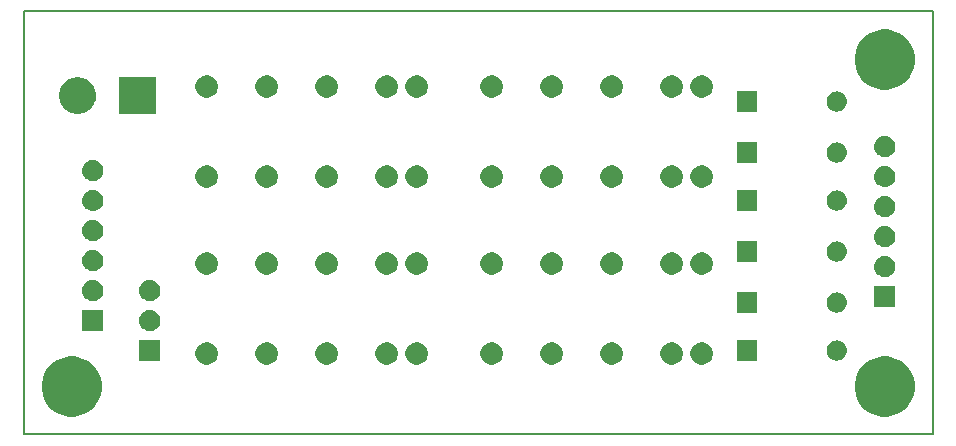
<source format=gbs>
G04 #@! TF.GenerationSoftware,KiCad,Pcbnew,5.0.2-bee76a0~70~ubuntu18.04.1*
G04 #@! TF.CreationDate,2020-04-21T14:08:59+02:00*
G04 #@! TF.ProjectId,FeuSignalisation,46657553-6967-46e6-916c-69736174696f,rev?*
G04 #@! TF.SameCoordinates,Original*
G04 #@! TF.FileFunction,Soldermask,Bot*
G04 #@! TF.FilePolarity,Negative*
%FSLAX46Y46*%
G04 Gerber Fmt 4.6, Leading zero omitted, Abs format (unit mm)*
G04 Created by KiCad (PCBNEW 5.0.2-bee76a0~70~ubuntu18.04.1) date mar. 21 avril 2020 14:08:59 CEST*
%MOMM*%
%LPD*%
G01*
G04 APERTURE LIST*
%ADD10C,0.150000*%
G04 APERTURE END LIST*
D10*
X167640000Y-84582000D02*
X90678000Y-84582000D01*
X167640000Y-48768000D02*
X167640000Y-84582000D01*
X90678000Y-48768000D02*
X167640000Y-48768000D01*
X90678000Y-84582000D02*
X90678000Y-48768000D01*
G36*
X164320096Y-78065033D02*
X164320098Y-78065034D01*
X164320099Y-78065034D01*
X164784352Y-78257333D01*
X165091687Y-78462688D01*
X165202171Y-78536511D01*
X165557489Y-78891829D01*
X165557491Y-78891832D01*
X165836667Y-79309648D01*
X166028966Y-79773901D01*
X166127000Y-80266748D01*
X166127000Y-80769252D01*
X166028966Y-81262099D01*
X165836667Y-81726352D01*
X165558750Y-82142284D01*
X165557489Y-82144171D01*
X165202171Y-82499489D01*
X165202168Y-82499491D01*
X164784352Y-82778667D01*
X164320099Y-82970966D01*
X164320098Y-82970966D01*
X164320096Y-82970967D01*
X163827253Y-83069000D01*
X163324747Y-83069000D01*
X162831904Y-82970967D01*
X162831902Y-82970966D01*
X162831901Y-82970966D01*
X162367648Y-82778667D01*
X161949832Y-82499491D01*
X161949829Y-82499489D01*
X161594511Y-82144171D01*
X161593250Y-82142284D01*
X161315333Y-81726352D01*
X161123034Y-81262099D01*
X161025000Y-80769252D01*
X161025000Y-80266748D01*
X161123034Y-79773901D01*
X161315333Y-79309648D01*
X161594509Y-78891832D01*
X161594511Y-78891829D01*
X161949829Y-78536511D01*
X162060313Y-78462688D01*
X162367648Y-78257333D01*
X162831901Y-78065034D01*
X162831902Y-78065034D01*
X162831904Y-78065033D01*
X163324747Y-77967000D01*
X163827253Y-77967000D01*
X164320096Y-78065033D01*
X164320096Y-78065033D01*
G37*
G36*
X95486096Y-78065033D02*
X95486098Y-78065034D01*
X95486099Y-78065034D01*
X95950352Y-78257333D01*
X96257687Y-78462688D01*
X96368171Y-78536511D01*
X96723489Y-78891829D01*
X96723491Y-78891832D01*
X97002667Y-79309648D01*
X97194966Y-79773901D01*
X97293000Y-80266748D01*
X97293000Y-80769252D01*
X97194966Y-81262099D01*
X97002667Y-81726352D01*
X96724750Y-82142284D01*
X96723489Y-82144171D01*
X96368171Y-82499489D01*
X96368168Y-82499491D01*
X95950352Y-82778667D01*
X95486099Y-82970966D01*
X95486098Y-82970966D01*
X95486096Y-82970967D01*
X94993253Y-83069000D01*
X94490747Y-83069000D01*
X93997904Y-82970967D01*
X93997902Y-82970966D01*
X93997901Y-82970966D01*
X93533648Y-82778667D01*
X93115832Y-82499491D01*
X93115829Y-82499489D01*
X92760511Y-82144171D01*
X92759250Y-82142284D01*
X92481333Y-81726352D01*
X92289034Y-81262099D01*
X92191000Y-80769252D01*
X92191000Y-80266748D01*
X92289034Y-79773901D01*
X92481333Y-79309648D01*
X92760509Y-78891832D01*
X92760511Y-78891829D01*
X93115829Y-78536511D01*
X93226313Y-78462688D01*
X93533648Y-78257333D01*
X93997901Y-78065034D01*
X93997902Y-78065034D01*
X93997904Y-78065033D01*
X94490747Y-77967000D01*
X94993253Y-77967000D01*
X95486096Y-78065033D01*
X95486096Y-78065033D01*
G37*
G36*
X124229396Y-76809546D02*
X124402466Y-76881234D01*
X124558230Y-76985312D01*
X124690688Y-77117770D01*
X124794766Y-77273534D01*
X124866454Y-77446604D01*
X124903000Y-77630333D01*
X124903000Y-77817667D01*
X124866454Y-78001396D01*
X124794766Y-78174466D01*
X124690688Y-78330230D01*
X124558230Y-78462688D01*
X124402466Y-78566766D01*
X124229396Y-78638454D01*
X124045667Y-78675000D01*
X123858333Y-78675000D01*
X123674604Y-78638454D01*
X123501534Y-78566766D01*
X123345770Y-78462688D01*
X123213312Y-78330230D01*
X123109234Y-78174466D01*
X123037546Y-78001396D01*
X123001000Y-77817667D01*
X123001000Y-77630333D01*
X123037546Y-77446604D01*
X123109234Y-77273534D01*
X123213312Y-77117770D01*
X123345770Y-76985312D01*
X123501534Y-76881234D01*
X123674604Y-76809546D01*
X123858333Y-76773000D01*
X124045667Y-76773000D01*
X124229396Y-76809546D01*
X124229396Y-76809546D01*
G37*
G36*
X140739396Y-76809546D02*
X140912466Y-76881234D01*
X141068230Y-76985312D01*
X141200688Y-77117770D01*
X141304766Y-77273534D01*
X141376454Y-77446604D01*
X141413000Y-77630333D01*
X141413000Y-77817667D01*
X141376454Y-78001396D01*
X141304766Y-78174466D01*
X141200688Y-78330230D01*
X141068230Y-78462688D01*
X140912466Y-78566766D01*
X140739396Y-78638454D01*
X140555667Y-78675000D01*
X140368333Y-78675000D01*
X140184604Y-78638454D01*
X140011534Y-78566766D01*
X139855770Y-78462688D01*
X139723312Y-78330230D01*
X139619234Y-78174466D01*
X139547546Y-78001396D01*
X139511000Y-77817667D01*
X139511000Y-77630333D01*
X139547546Y-77446604D01*
X139619234Y-77273534D01*
X139723312Y-77117770D01*
X139855770Y-76985312D01*
X140011534Y-76881234D01*
X140184604Y-76809546D01*
X140368333Y-76773000D01*
X140555667Y-76773000D01*
X140739396Y-76809546D01*
X140739396Y-76809546D01*
G37*
G36*
X121689396Y-76809546D02*
X121862466Y-76881234D01*
X122018230Y-76985312D01*
X122150688Y-77117770D01*
X122254766Y-77273534D01*
X122326454Y-77446604D01*
X122363000Y-77630333D01*
X122363000Y-77817667D01*
X122326454Y-78001396D01*
X122254766Y-78174466D01*
X122150688Y-78330230D01*
X122018230Y-78462688D01*
X121862466Y-78566766D01*
X121689396Y-78638454D01*
X121505667Y-78675000D01*
X121318333Y-78675000D01*
X121134604Y-78638454D01*
X120961534Y-78566766D01*
X120805770Y-78462688D01*
X120673312Y-78330230D01*
X120569234Y-78174466D01*
X120497546Y-78001396D01*
X120461000Y-77817667D01*
X120461000Y-77630333D01*
X120497546Y-77446604D01*
X120569234Y-77273534D01*
X120673312Y-77117770D01*
X120805770Y-76985312D01*
X120961534Y-76881234D01*
X121134604Y-76809546D01*
X121318333Y-76773000D01*
X121505667Y-76773000D01*
X121689396Y-76809546D01*
X121689396Y-76809546D01*
G37*
G36*
X116609396Y-76809546D02*
X116782466Y-76881234D01*
X116938230Y-76985312D01*
X117070688Y-77117770D01*
X117174766Y-77273534D01*
X117246454Y-77446604D01*
X117283000Y-77630333D01*
X117283000Y-77817667D01*
X117246454Y-78001396D01*
X117174766Y-78174466D01*
X117070688Y-78330230D01*
X116938230Y-78462688D01*
X116782466Y-78566766D01*
X116609396Y-78638454D01*
X116425667Y-78675000D01*
X116238333Y-78675000D01*
X116054604Y-78638454D01*
X115881534Y-78566766D01*
X115725770Y-78462688D01*
X115593312Y-78330230D01*
X115489234Y-78174466D01*
X115417546Y-78001396D01*
X115381000Y-77817667D01*
X115381000Y-77630333D01*
X115417546Y-77446604D01*
X115489234Y-77273534D01*
X115593312Y-77117770D01*
X115725770Y-76985312D01*
X115881534Y-76881234D01*
X116054604Y-76809546D01*
X116238333Y-76773000D01*
X116425667Y-76773000D01*
X116609396Y-76809546D01*
X116609396Y-76809546D01*
G37*
G36*
X111529396Y-76809546D02*
X111702466Y-76881234D01*
X111858230Y-76985312D01*
X111990688Y-77117770D01*
X112094766Y-77273534D01*
X112166454Y-77446604D01*
X112203000Y-77630333D01*
X112203000Y-77817667D01*
X112166454Y-78001396D01*
X112094766Y-78174466D01*
X111990688Y-78330230D01*
X111858230Y-78462688D01*
X111702466Y-78566766D01*
X111529396Y-78638454D01*
X111345667Y-78675000D01*
X111158333Y-78675000D01*
X110974604Y-78638454D01*
X110801534Y-78566766D01*
X110645770Y-78462688D01*
X110513312Y-78330230D01*
X110409234Y-78174466D01*
X110337546Y-78001396D01*
X110301000Y-77817667D01*
X110301000Y-77630333D01*
X110337546Y-77446604D01*
X110409234Y-77273534D01*
X110513312Y-77117770D01*
X110645770Y-76985312D01*
X110801534Y-76881234D01*
X110974604Y-76809546D01*
X111158333Y-76773000D01*
X111345667Y-76773000D01*
X111529396Y-76809546D01*
X111529396Y-76809546D01*
G37*
G36*
X106449396Y-76809546D02*
X106622466Y-76881234D01*
X106778230Y-76985312D01*
X106910688Y-77117770D01*
X107014766Y-77273534D01*
X107086454Y-77446604D01*
X107123000Y-77630333D01*
X107123000Y-77817667D01*
X107086454Y-78001396D01*
X107014766Y-78174466D01*
X106910688Y-78330230D01*
X106778230Y-78462688D01*
X106622466Y-78566766D01*
X106449396Y-78638454D01*
X106265667Y-78675000D01*
X106078333Y-78675000D01*
X105894604Y-78638454D01*
X105721534Y-78566766D01*
X105565770Y-78462688D01*
X105433312Y-78330230D01*
X105329234Y-78174466D01*
X105257546Y-78001396D01*
X105221000Y-77817667D01*
X105221000Y-77630333D01*
X105257546Y-77446604D01*
X105329234Y-77273534D01*
X105433312Y-77117770D01*
X105565770Y-76985312D01*
X105721534Y-76881234D01*
X105894604Y-76809546D01*
X106078333Y-76773000D01*
X106265667Y-76773000D01*
X106449396Y-76809546D01*
X106449396Y-76809546D01*
G37*
G36*
X145819396Y-76809546D02*
X145992466Y-76881234D01*
X146148230Y-76985312D01*
X146280688Y-77117770D01*
X146384766Y-77273534D01*
X146456454Y-77446604D01*
X146493000Y-77630333D01*
X146493000Y-77817667D01*
X146456454Y-78001396D01*
X146384766Y-78174466D01*
X146280688Y-78330230D01*
X146148230Y-78462688D01*
X145992466Y-78566766D01*
X145819396Y-78638454D01*
X145635667Y-78675000D01*
X145448333Y-78675000D01*
X145264604Y-78638454D01*
X145091534Y-78566766D01*
X144935770Y-78462688D01*
X144803312Y-78330230D01*
X144699234Y-78174466D01*
X144627546Y-78001396D01*
X144591000Y-77817667D01*
X144591000Y-77630333D01*
X144627546Y-77446604D01*
X144699234Y-77273534D01*
X144803312Y-77117770D01*
X144935770Y-76985312D01*
X145091534Y-76881234D01*
X145264604Y-76809546D01*
X145448333Y-76773000D01*
X145635667Y-76773000D01*
X145819396Y-76809546D01*
X145819396Y-76809546D01*
G37*
G36*
X135659396Y-76809546D02*
X135832466Y-76881234D01*
X135988230Y-76985312D01*
X136120688Y-77117770D01*
X136224766Y-77273534D01*
X136296454Y-77446604D01*
X136333000Y-77630333D01*
X136333000Y-77817667D01*
X136296454Y-78001396D01*
X136224766Y-78174466D01*
X136120688Y-78330230D01*
X135988230Y-78462688D01*
X135832466Y-78566766D01*
X135659396Y-78638454D01*
X135475667Y-78675000D01*
X135288333Y-78675000D01*
X135104604Y-78638454D01*
X134931534Y-78566766D01*
X134775770Y-78462688D01*
X134643312Y-78330230D01*
X134539234Y-78174466D01*
X134467546Y-78001396D01*
X134431000Y-77817667D01*
X134431000Y-77630333D01*
X134467546Y-77446604D01*
X134539234Y-77273534D01*
X134643312Y-77117770D01*
X134775770Y-76985312D01*
X134931534Y-76881234D01*
X135104604Y-76809546D01*
X135288333Y-76773000D01*
X135475667Y-76773000D01*
X135659396Y-76809546D01*
X135659396Y-76809546D01*
G37*
G36*
X130579396Y-76809546D02*
X130752466Y-76881234D01*
X130908230Y-76985312D01*
X131040688Y-77117770D01*
X131144766Y-77273534D01*
X131216454Y-77446604D01*
X131253000Y-77630333D01*
X131253000Y-77817667D01*
X131216454Y-78001396D01*
X131144766Y-78174466D01*
X131040688Y-78330230D01*
X130908230Y-78462688D01*
X130752466Y-78566766D01*
X130579396Y-78638454D01*
X130395667Y-78675000D01*
X130208333Y-78675000D01*
X130024604Y-78638454D01*
X129851534Y-78566766D01*
X129695770Y-78462688D01*
X129563312Y-78330230D01*
X129459234Y-78174466D01*
X129387546Y-78001396D01*
X129351000Y-77817667D01*
X129351000Y-77630333D01*
X129387546Y-77446604D01*
X129459234Y-77273534D01*
X129563312Y-77117770D01*
X129695770Y-76985312D01*
X129851534Y-76881234D01*
X130024604Y-76809546D01*
X130208333Y-76773000D01*
X130395667Y-76773000D01*
X130579396Y-76809546D01*
X130579396Y-76809546D01*
G37*
G36*
X148359396Y-76809546D02*
X148532466Y-76881234D01*
X148688230Y-76985312D01*
X148820688Y-77117770D01*
X148924766Y-77273534D01*
X148996454Y-77446604D01*
X149033000Y-77630333D01*
X149033000Y-77817667D01*
X148996454Y-78001396D01*
X148924766Y-78174466D01*
X148820688Y-78330230D01*
X148688230Y-78462688D01*
X148532466Y-78566766D01*
X148359396Y-78638454D01*
X148175667Y-78675000D01*
X147988333Y-78675000D01*
X147804604Y-78638454D01*
X147631534Y-78566766D01*
X147475770Y-78462688D01*
X147343312Y-78330230D01*
X147239234Y-78174466D01*
X147167546Y-78001396D01*
X147131000Y-77817667D01*
X147131000Y-77630333D01*
X147167546Y-77446604D01*
X147239234Y-77273534D01*
X147343312Y-77117770D01*
X147475770Y-76985312D01*
X147631534Y-76881234D01*
X147804604Y-76809546D01*
X147988333Y-76773000D01*
X148175667Y-76773000D01*
X148359396Y-76809546D01*
X148359396Y-76809546D01*
G37*
G36*
X102247000Y-78371000D02*
X100445000Y-78371000D01*
X100445000Y-76569000D01*
X102247000Y-76569000D01*
X102247000Y-78371000D01*
X102247000Y-78371000D01*
G37*
G36*
X159678821Y-76631313D02*
X159678824Y-76631314D01*
X159678825Y-76631314D01*
X159839239Y-76679975D01*
X159839241Y-76679976D01*
X159839244Y-76679977D01*
X159987078Y-76758995D01*
X160116659Y-76865341D01*
X160223005Y-76994922D01*
X160302023Y-77142756D01*
X160302024Y-77142759D01*
X160302025Y-77142761D01*
X160350686Y-77303175D01*
X160350687Y-77303179D01*
X160367117Y-77470000D01*
X160350687Y-77636821D01*
X160302023Y-77797244D01*
X160223005Y-77945078D01*
X160116659Y-78074659D01*
X159987078Y-78181005D01*
X159839244Y-78260023D01*
X159839241Y-78260024D01*
X159839239Y-78260025D01*
X159678825Y-78308686D01*
X159678824Y-78308686D01*
X159678821Y-78308687D01*
X159553804Y-78321000D01*
X159470196Y-78321000D01*
X159345179Y-78308687D01*
X159345176Y-78308686D01*
X159345175Y-78308686D01*
X159184761Y-78260025D01*
X159184759Y-78260024D01*
X159184756Y-78260023D01*
X159036922Y-78181005D01*
X158907341Y-78074659D01*
X158800995Y-77945078D01*
X158721977Y-77797244D01*
X158673313Y-77636821D01*
X158656883Y-77470000D01*
X158673313Y-77303179D01*
X158673314Y-77303175D01*
X158721975Y-77142761D01*
X158721976Y-77142759D01*
X158721977Y-77142756D01*
X158800995Y-76994922D01*
X158907341Y-76865341D01*
X159036922Y-76758995D01*
X159184756Y-76679977D01*
X159184759Y-76679976D01*
X159184761Y-76679975D01*
X159345175Y-76631314D01*
X159345176Y-76631314D01*
X159345179Y-76631313D01*
X159470196Y-76619000D01*
X159553804Y-76619000D01*
X159678821Y-76631313D01*
X159678821Y-76631313D01*
G37*
G36*
X152743000Y-78321000D02*
X151041000Y-78321000D01*
X151041000Y-76619000D01*
X152743000Y-76619000D01*
X152743000Y-78321000D01*
X152743000Y-78321000D01*
G37*
G36*
X101456442Y-74035518D02*
X101522627Y-74042037D01*
X101635853Y-74076384D01*
X101692467Y-74093557D01*
X101736334Y-74117005D01*
X101848991Y-74177222D01*
X101871900Y-74196023D01*
X101986186Y-74289814D01*
X102069448Y-74391271D01*
X102098778Y-74427009D01*
X102098779Y-74427011D01*
X102182443Y-74583533D01*
X102182443Y-74583534D01*
X102233963Y-74753373D01*
X102251359Y-74930000D01*
X102233963Y-75106627D01*
X102199616Y-75219853D01*
X102182443Y-75276467D01*
X102108348Y-75415087D01*
X102098778Y-75432991D01*
X102069448Y-75468729D01*
X101986186Y-75570186D01*
X101884729Y-75653448D01*
X101848991Y-75682778D01*
X101848989Y-75682779D01*
X101692467Y-75766443D01*
X101635853Y-75783616D01*
X101522627Y-75817963D01*
X101456442Y-75824482D01*
X101390260Y-75831000D01*
X101301740Y-75831000D01*
X101235558Y-75824482D01*
X101169373Y-75817963D01*
X101056147Y-75783616D01*
X100999533Y-75766443D01*
X100843011Y-75682779D01*
X100843009Y-75682778D01*
X100807271Y-75653448D01*
X100705814Y-75570186D01*
X100622552Y-75468729D01*
X100593222Y-75432991D01*
X100583652Y-75415087D01*
X100509557Y-75276467D01*
X100492384Y-75219853D01*
X100458037Y-75106627D01*
X100440641Y-74930000D01*
X100458037Y-74753373D01*
X100509557Y-74583534D01*
X100509557Y-74583533D01*
X100593221Y-74427011D01*
X100593222Y-74427009D01*
X100622552Y-74391271D01*
X100705814Y-74289814D01*
X100820100Y-74196023D01*
X100843009Y-74177222D01*
X100955666Y-74117005D01*
X100999533Y-74093557D01*
X101056147Y-74076384D01*
X101169373Y-74042037D01*
X101235558Y-74035518D01*
X101301740Y-74029000D01*
X101390260Y-74029000D01*
X101456442Y-74035518D01*
X101456442Y-74035518D01*
G37*
G36*
X97421000Y-75831000D02*
X95619000Y-75831000D01*
X95619000Y-74029000D01*
X97421000Y-74029000D01*
X97421000Y-75831000D01*
X97421000Y-75831000D01*
G37*
G36*
X152743000Y-74257000D02*
X151041000Y-74257000D01*
X151041000Y-72555000D01*
X152743000Y-72555000D01*
X152743000Y-74257000D01*
X152743000Y-74257000D01*
G37*
G36*
X159678821Y-72567313D02*
X159678824Y-72567314D01*
X159678825Y-72567314D01*
X159839239Y-72615975D01*
X159839241Y-72615976D01*
X159839244Y-72615977D01*
X159987078Y-72694995D01*
X160116659Y-72801341D01*
X160223005Y-72930922D01*
X160302023Y-73078756D01*
X160302024Y-73078759D01*
X160302025Y-73078761D01*
X160346824Y-73226443D01*
X160350687Y-73239179D01*
X160367117Y-73406000D01*
X160350687Y-73572821D01*
X160302023Y-73733244D01*
X160223005Y-73881078D01*
X160116659Y-74010659D01*
X159987078Y-74117005D01*
X159839244Y-74196023D01*
X159839241Y-74196024D01*
X159839239Y-74196025D01*
X159678825Y-74244686D01*
X159678824Y-74244686D01*
X159678821Y-74244687D01*
X159553804Y-74257000D01*
X159470196Y-74257000D01*
X159345179Y-74244687D01*
X159345176Y-74244686D01*
X159345175Y-74244686D01*
X159184761Y-74196025D01*
X159184759Y-74196024D01*
X159184756Y-74196023D01*
X159036922Y-74117005D01*
X158907341Y-74010659D01*
X158800995Y-73881078D01*
X158721977Y-73733244D01*
X158673313Y-73572821D01*
X158656883Y-73406000D01*
X158673313Y-73239179D01*
X158677176Y-73226443D01*
X158721975Y-73078761D01*
X158721976Y-73078759D01*
X158721977Y-73078756D01*
X158800995Y-72930922D01*
X158907341Y-72801341D01*
X159036922Y-72694995D01*
X159184756Y-72615977D01*
X159184759Y-72615976D01*
X159184761Y-72615975D01*
X159345175Y-72567314D01*
X159345176Y-72567314D01*
X159345179Y-72567313D01*
X159470196Y-72555000D01*
X159553804Y-72555000D01*
X159678821Y-72567313D01*
X159678821Y-72567313D01*
G37*
G36*
X164477000Y-73799000D02*
X162675000Y-73799000D01*
X162675000Y-71997000D01*
X164477000Y-71997000D01*
X164477000Y-73799000D01*
X164477000Y-73799000D01*
G37*
G36*
X96630443Y-71495519D02*
X96696627Y-71502037D01*
X96809853Y-71536384D01*
X96866467Y-71553557D01*
X97005087Y-71627652D01*
X97022991Y-71637222D01*
X97058729Y-71666552D01*
X97160186Y-71749814D01*
X97243448Y-71851271D01*
X97272778Y-71887009D01*
X97272779Y-71887011D01*
X97356443Y-72043533D01*
X97356443Y-72043534D01*
X97407963Y-72213373D01*
X97425359Y-72390000D01*
X97407963Y-72566627D01*
X97392993Y-72615975D01*
X97356443Y-72736467D01*
X97282348Y-72875087D01*
X97272778Y-72892991D01*
X97243448Y-72928729D01*
X97160186Y-73030186D01*
X97058729Y-73113448D01*
X97022991Y-73142778D01*
X97022989Y-73142779D01*
X96866467Y-73226443D01*
X96824494Y-73239175D01*
X96696627Y-73277963D01*
X96630443Y-73284481D01*
X96564260Y-73291000D01*
X96475740Y-73291000D01*
X96409557Y-73284481D01*
X96343373Y-73277963D01*
X96215506Y-73239175D01*
X96173533Y-73226443D01*
X96017011Y-73142779D01*
X96017009Y-73142778D01*
X95981271Y-73113448D01*
X95879814Y-73030186D01*
X95796552Y-72928729D01*
X95767222Y-72892991D01*
X95757652Y-72875087D01*
X95683557Y-72736467D01*
X95647007Y-72615975D01*
X95632037Y-72566627D01*
X95614641Y-72390000D01*
X95632037Y-72213373D01*
X95683557Y-72043534D01*
X95683557Y-72043533D01*
X95767221Y-71887011D01*
X95767222Y-71887009D01*
X95796552Y-71851271D01*
X95879814Y-71749814D01*
X95981271Y-71666552D01*
X96017009Y-71637222D01*
X96034913Y-71627652D01*
X96173533Y-71553557D01*
X96230147Y-71536384D01*
X96343373Y-71502037D01*
X96409557Y-71495519D01*
X96475740Y-71489000D01*
X96564260Y-71489000D01*
X96630443Y-71495519D01*
X96630443Y-71495519D01*
G37*
G36*
X101456443Y-71495519D02*
X101522627Y-71502037D01*
X101635853Y-71536384D01*
X101692467Y-71553557D01*
X101831087Y-71627652D01*
X101848991Y-71637222D01*
X101884729Y-71666552D01*
X101986186Y-71749814D01*
X102069448Y-71851271D01*
X102098778Y-71887009D01*
X102098779Y-71887011D01*
X102182443Y-72043533D01*
X102182443Y-72043534D01*
X102233963Y-72213373D01*
X102251359Y-72390000D01*
X102233963Y-72566627D01*
X102218993Y-72615975D01*
X102182443Y-72736467D01*
X102108348Y-72875087D01*
X102098778Y-72892991D01*
X102069448Y-72928729D01*
X101986186Y-73030186D01*
X101884729Y-73113448D01*
X101848991Y-73142778D01*
X101848989Y-73142779D01*
X101692467Y-73226443D01*
X101650494Y-73239175D01*
X101522627Y-73277963D01*
X101456443Y-73284481D01*
X101390260Y-73291000D01*
X101301740Y-73291000D01*
X101235557Y-73284481D01*
X101169373Y-73277963D01*
X101041506Y-73239175D01*
X100999533Y-73226443D01*
X100843011Y-73142779D01*
X100843009Y-73142778D01*
X100807271Y-73113448D01*
X100705814Y-73030186D01*
X100622552Y-72928729D01*
X100593222Y-72892991D01*
X100583652Y-72875087D01*
X100509557Y-72736467D01*
X100473007Y-72615975D01*
X100458037Y-72566627D01*
X100440641Y-72390000D01*
X100458037Y-72213373D01*
X100509557Y-72043534D01*
X100509557Y-72043533D01*
X100593221Y-71887011D01*
X100593222Y-71887009D01*
X100622552Y-71851271D01*
X100705814Y-71749814D01*
X100807271Y-71666552D01*
X100843009Y-71637222D01*
X100860913Y-71627652D01*
X100999533Y-71553557D01*
X101056147Y-71536384D01*
X101169373Y-71502037D01*
X101235557Y-71495519D01*
X101301740Y-71489000D01*
X101390260Y-71489000D01*
X101456443Y-71495519D01*
X101456443Y-71495519D01*
G37*
G36*
X163686442Y-69463518D02*
X163752627Y-69470037D01*
X163863049Y-69503533D01*
X163922467Y-69521557D01*
X164000146Y-69563078D01*
X164078991Y-69605222D01*
X164114729Y-69634552D01*
X164216186Y-69717814D01*
X164299448Y-69819271D01*
X164328778Y-69855009D01*
X164328779Y-69855011D01*
X164412443Y-70011533D01*
X164429616Y-70068147D01*
X164463963Y-70181373D01*
X164481359Y-70358000D01*
X164463963Y-70534627D01*
X164443289Y-70602779D01*
X164412443Y-70704467D01*
X164387570Y-70751000D01*
X164328778Y-70860991D01*
X164299448Y-70896729D01*
X164216186Y-70998186D01*
X164114729Y-71081448D01*
X164078991Y-71110778D01*
X164078989Y-71110779D01*
X163922467Y-71194443D01*
X163865853Y-71211616D01*
X163752627Y-71245963D01*
X163686442Y-71252482D01*
X163620260Y-71259000D01*
X163531740Y-71259000D01*
X163465558Y-71252482D01*
X163399373Y-71245963D01*
X163286147Y-71211616D01*
X163229533Y-71194443D01*
X163073011Y-71110779D01*
X163073009Y-71110778D01*
X163037271Y-71081448D01*
X162935814Y-70998186D01*
X162852552Y-70896729D01*
X162823222Y-70860991D01*
X162764430Y-70751000D01*
X162739557Y-70704467D01*
X162708711Y-70602779D01*
X162688037Y-70534627D01*
X162670641Y-70358000D01*
X162688037Y-70181373D01*
X162722384Y-70068147D01*
X162739557Y-70011533D01*
X162823221Y-69855011D01*
X162823222Y-69855009D01*
X162852552Y-69819271D01*
X162935814Y-69717814D01*
X163037271Y-69634552D01*
X163073009Y-69605222D01*
X163151854Y-69563078D01*
X163229533Y-69521557D01*
X163288951Y-69503533D01*
X163399373Y-69470037D01*
X163465558Y-69463518D01*
X163531740Y-69457000D01*
X163620260Y-69457000D01*
X163686442Y-69463518D01*
X163686442Y-69463518D01*
G37*
G36*
X124229396Y-69189546D02*
X124402466Y-69261234D01*
X124558230Y-69365312D01*
X124690688Y-69497770D01*
X124794766Y-69653534D01*
X124866454Y-69826604D01*
X124903000Y-70010333D01*
X124903000Y-70197667D01*
X124866454Y-70381396D01*
X124794766Y-70554466D01*
X124690688Y-70710230D01*
X124558230Y-70842688D01*
X124402466Y-70946766D01*
X124229396Y-71018454D01*
X124045667Y-71055000D01*
X123858333Y-71055000D01*
X123674604Y-71018454D01*
X123501534Y-70946766D01*
X123345770Y-70842688D01*
X123213312Y-70710230D01*
X123109234Y-70554466D01*
X123037546Y-70381396D01*
X123001000Y-70197667D01*
X123001000Y-70010333D01*
X123037546Y-69826604D01*
X123109234Y-69653534D01*
X123213312Y-69497770D01*
X123345770Y-69365312D01*
X123501534Y-69261234D01*
X123674604Y-69189546D01*
X123858333Y-69153000D01*
X124045667Y-69153000D01*
X124229396Y-69189546D01*
X124229396Y-69189546D01*
G37*
G36*
X148359396Y-69189546D02*
X148532466Y-69261234D01*
X148688230Y-69365312D01*
X148820688Y-69497770D01*
X148924766Y-69653534D01*
X148996454Y-69826604D01*
X149033000Y-70010333D01*
X149033000Y-70197667D01*
X148996454Y-70381396D01*
X148924766Y-70554466D01*
X148820688Y-70710230D01*
X148688230Y-70842688D01*
X148532466Y-70946766D01*
X148359396Y-71018454D01*
X148175667Y-71055000D01*
X147988333Y-71055000D01*
X147804604Y-71018454D01*
X147631534Y-70946766D01*
X147475770Y-70842688D01*
X147343312Y-70710230D01*
X147239234Y-70554466D01*
X147167546Y-70381396D01*
X147131000Y-70197667D01*
X147131000Y-70010333D01*
X147167546Y-69826604D01*
X147239234Y-69653534D01*
X147343312Y-69497770D01*
X147475770Y-69365312D01*
X147631534Y-69261234D01*
X147804604Y-69189546D01*
X147988333Y-69153000D01*
X148175667Y-69153000D01*
X148359396Y-69189546D01*
X148359396Y-69189546D01*
G37*
G36*
X145819396Y-69189546D02*
X145992466Y-69261234D01*
X146148230Y-69365312D01*
X146280688Y-69497770D01*
X146384766Y-69653534D01*
X146456454Y-69826604D01*
X146493000Y-70010333D01*
X146493000Y-70197667D01*
X146456454Y-70381396D01*
X146384766Y-70554466D01*
X146280688Y-70710230D01*
X146148230Y-70842688D01*
X145992466Y-70946766D01*
X145819396Y-71018454D01*
X145635667Y-71055000D01*
X145448333Y-71055000D01*
X145264604Y-71018454D01*
X145091534Y-70946766D01*
X144935770Y-70842688D01*
X144803312Y-70710230D01*
X144699234Y-70554466D01*
X144627546Y-70381396D01*
X144591000Y-70197667D01*
X144591000Y-70010333D01*
X144627546Y-69826604D01*
X144699234Y-69653534D01*
X144803312Y-69497770D01*
X144935770Y-69365312D01*
X145091534Y-69261234D01*
X145264604Y-69189546D01*
X145448333Y-69153000D01*
X145635667Y-69153000D01*
X145819396Y-69189546D01*
X145819396Y-69189546D01*
G37*
G36*
X140739396Y-69189546D02*
X140912466Y-69261234D01*
X141068230Y-69365312D01*
X141200688Y-69497770D01*
X141304766Y-69653534D01*
X141376454Y-69826604D01*
X141413000Y-70010333D01*
X141413000Y-70197667D01*
X141376454Y-70381396D01*
X141304766Y-70554466D01*
X141200688Y-70710230D01*
X141068230Y-70842688D01*
X140912466Y-70946766D01*
X140739396Y-71018454D01*
X140555667Y-71055000D01*
X140368333Y-71055000D01*
X140184604Y-71018454D01*
X140011534Y-70946766D01*
X139855770Y-70842688D01*
X139723312Y-70710230D01*
X139619234Y-70554466D01*
X139547546Y-70381396D01*
X139511000Y-70197667D01*
X139511000Y-70010333D01*
X139547546Y-69826604D01*
X139619234Y-69653534D01*
X139723312Y-69497770D01*
X139855770Y-69365312D01*
X140011534Y-69261234D01*
X140184604Y-69189546D01*
X140368333Y-69153000D01*
X140555667Y-69153000D01*
X140739396Y-69189546D01*
X140739396Y-69189546D01*
G37*
G36*
X135659396Y-69189546D02*
X135832466Y-69261234D01*
X135988230Y-69365312D01*
X136120688Y-69497770D01*
X136224766Y-69653534D01*
X136296454Y-69826604D01*
X136333000Y-70010333D01*
X136333000Y-70197667D01*
X136296454Y-70381396D01*
X136224766Y-70554466D01*
X136120688Y-70710230D01*
X135988230Y-70842688D01*
X135832466Y-70946766D01*
X135659396Y-71018454D01*
X135475667Y-71055000D01*
X135288333Y-71055000D01*
X135104604Y-71018454D01*
X134931534Y-70946766D01*
X134775770Y-70842688D01*
X134643312Y-70710230D01*
X134539234Y-70554466D01*
X134467546Y-70381396D01*
X134431000Y-70197667D01*
X134431000Y-70010333D01*
X134467546Y-69826604D01*
X134539234Y-69653534D01*
X134643312Y-69497770D01*
X134775770Y-69365312D01*
X134931534Y-69261234D01*
X135104604Y-69189546D01*
X135288333Y-69153000D01*
X135475667Y-69153000D01*
X135659396Y-69189546D01*
X135659396Y-69189546D01*
G37*
G36*
X121689396Y-69189546D02*
X121862466Y-69261234D01*
X122018230Y-69365312D01*
X122150688Y-69497770D01*
X122254766Y-69653534D01*
X122326454Y-69826604D01*
X122363000Y-70010333D01*
X122363000Y-70197667D01*
X122326454Y-70381396D01*
X122254766Y-70554466D01*
X122150688Y-70710230D01*
X122018230Y-70842688D01*
X121862466Y-70946766D01*
X121689396Y-71018454D01*
X121505667Y-71055000D01*
X121318333Y-71055000D01*
X121134604Y-71018454D01*
X120961534Y-70946766D01*
X120805770Y-70842688D01*
X120673312Y-70710230D01*
X120569234Y-70554466D01*
X120497546Y-70381396D01*
X120461000Y-70197667D01*
X120461000Y-70010333D01*
X120497546Y-69826604D01*
X120569234Y-69653534D01*
X120673312Y-69497770D01*
X120805770Y-69365312D01*
X120961534Y-69261234D01*
X121134604Y-69189546D01*
X121318333Y-69153000D01*
X121505667Y-69153000D01*
X121689396Y-69189546D01*
X121689396Y-69189546D01*
G37*
G36*
X116609396Y-69189546D02*
X116782466Y-69261234D01*
X116938230Y-69365312D01*
X117070688Y-69497770D01*
X117174766Y-69653534D01*
X117246454Y-69826604D01*
X117283000Y-70010333D01*
X117283000Y-70197667D01*
X117246454Y-70381396D01*
X117174766Y-70554466D01*
X117070688Y-70710230D01*
X116938230Y-70842688D01*
X116782466Y-70946766D01*
X116609396Y-71018454D01*
X116425667Y-71055000D01*
X116238333Y-71055000D01*
X116054604Y-71018454D01*
X115881534Y-70946766D01*
X115725770Y-70842688D01*
X115593312Y-70710230D01*
X115489234Y-70554466D01*
X115417546Y-70381396D01*
X115381000Y-70197667D01*
X115381000Y-70010333D01*
X115417546Y-69826604D01*
X115489234Y-69653534D01*
X115593312Y-69497770D01*
X115725770Y-69365312D01*
X115881534Y-69261234D01*
X116054604Y-69189546D01*
X116238333Y-69153000D01*
X116425667Y-69153000D01*
X116609396Y-69189546D01*
X116609396Y-69189546D01*
G37*
G36*
X111529396Y-69189546D02*
X111702466Y-69261234D01*
X111858230Y-69365312D01*
X111990688Y-69497770D01*
X112094766Y-69653534D01*
X112166454Y-69826604D01*
X112203000Y-70010333D01*
X112203000Y-70197667D01*
X112166454Y-70381396D01*
X112094766Y-70554466D01*
X111990688Y-70710230D01*
X111858230Y-70842688D01*
X111702466Y-70946766D01*
X111529396Y-71018454D01*
X111345667Y-71055000D01*
X111158333Y-71055000D01*
X110974604Y-71018454D01*
X110801534Y-70946766D01*
X110645770Y-70842688D01*
X110513312Y-70710230D01*
X110409234Y-70554466D01*
X110337546Y-70381396D01*
X110301000Y-70197667D01*
X110301000Y-70010333D01*
X110337546Y-69826604D01*
X110409234Y-69653534D01*
X110513312Y-69497770D01*
X110645770Y-69365312D01*
X110801534Y-69261234D01*
X110974604Y-69189546D01*
X111158333Y-69153000D01*
X111345667Y-69153000D01*
X111529396Y-69189546D01*
X111529396Y-69189546D01*
G37*
G36*
X106449396Y-69189546D02*
X106622466Y-69261234D01*
X106778230Y-69365312D01*
X106910688Y-69497770D01*
X107014766Y-69653534D01*
X107086454Y-69826604D01*
X107123000Y-70010333D01*
X107123000Y-70197667D01*
X107086454Y-70381396D01*
X107014766Y-70554466D01*
X106910688Y-70710230D01*
X106778230Y-70842688D01*
X106622466Y-70946766D01*
X106449396Y-71018454D01*
X106265667Y-71055000D01*
X106078333Y-71055000D01*
X105894604Y-71018454D01*
X105721534Y-70946766D01*
X105565770Y-70842688D01*
X105433312Y-70710230D01*
X105329234Y-70554466D01*
X105257546Y-70381396D01*
X105221000Y-70197667D01*
X105221000Y-70010333D01*
X105257546Y-69826604D01*
X105329234Y-69653534D01*
X105433312Y-69497770D01*
X105565770Y-69365312D01*
X105721534Y-69261234D01*
X105894604Y-69189546D01*
X106078333Y-69153000D01*
X106265667Y-69153000D01*
X106449396Y-69189546D01*
X106449396Y-69189546D01*
G37*
G36*
X130579396Y-69189546D02*
X130752466Y-69261234D01*
X130908230Y-69365312D01*
X131040688Y-69497770D01*
X131144766Y-69653534D01*
X131216454Y-69826604D01*
X131253000Y-70010333D01*
X131253000Y-70197667D01*
X131216454Y-70381396D01*
X131144766Y-70554466D01*
X131040688Y-70710230D01*
X130908230Y-70842688D01*
X130752466Y-70946766D01*
X130579396Y-71018454D01*
X130395667Y-71055000D01*
X130208333Y-71055000D01*
X130024604Y-71018454D01*
X129851534Y-70946766D01*
X129695770Y-70842688D01*
X129563312Y-70710230D01*
X129459234Y-70554466D01*
X129387546Y-70381396D01*
X129351000Y-70197667D01*
X129351000Y-70010333D01*
X129387546Y-69826604D01*
X129459234Y-69653534D01*
X129563312Y-69497770D01*
X129695770Y-69365312D01*
X129851534Y-69261234D01*
X130024604Y-69189546D01*
X130208333Y-69153000D01*
X130395667Y-69153000D01*
X130579396Y-69189546D01*
X130579396Y-69189546D01*
G37*
G36*
X96630443Y-68955519D02*
X96696627Y-68962037D01*
X96809853Y-68996384D01*
X96866467Y-69013557D01*
X97005087Y-69087652D01*
X97022991Y-69097222D01*
X97058729Y-69126552D01*
X97160186Y-69209814D01*
X97202385Y-69261235D01*
X97272778Y-69347009D01*
X97272779Y-69347011D01*
X97356443Y-69503533D01*
X97356443Y-69503534D01*
X97407963Y-69673373D01*
X97425359Y-69850000D01*
X97407963Y-70026627D01*
X97373616Y-70139853D01*
X97356443Y-70196467D01*
X97282348Y-70335087D01*
X97272778Y-70352991D01*
X97268667Y-70358000D01*
X97160186Y-70490186D01*
X97081859Y-70554466D01*
X97022991Y-70602778D01*
X97022989Y-70602779D01*
X96866467Y-70686443D01*
X96809853Y-70703616D01*
X96696627Y-70737963D01*
X96630443Y-70744481D01*
X96564260Y-70751000D01*
X96475740Y-70751000D01*
X96409557Y-70744481D01*
X96343373Y-70737963D01*
X96230147Y-70703616D01*
X96173533Y-70686443D01*
X96017011Y-70602779D01*
X96017009Y-70602778D01*
X95958141Y-70554466D01*
X95879814Y-70490186D01*
X95771333Y-70358000D01*
X95767222Y-70352991D01*
X95757652Y-70335087D01*
X95683557Y-70196467D01*
X95666384Y-70139853D01*
X95632037Y-70026627D01*
X95614641Y-69850000D01*
X95632037Y-69673373D01*
X95683557Y-69503534D01*
X95683557Y-69503533D01*
X95767221Y-69347011D01*
X95767222Y-69347009D01*
X95837615Y-69261235D01*
X95879814Y-69209814D01*
X95981271Y-69126552D01*
X96017009Y-69097222D01*
X96034913Y-69087652D01*
X96173533Y-69013557D01*
X96230147Y-68996384D01*
X96343373Y-68962037D01*
X96409557Y-68955519D01*
X96475740Y-68949000D01*
X96564260Y-68949000D01*
X96630443Y-68955519D01*
X96630443Y-68955519D01*
G37*
G36*
X159678821Y-68249313D02*
X159678824Y-68249314D01*
X159678825Y-68249314D01*
X159839239Y-68297975D01*
X159839241Y-68297976D01*
X159839244Y-68297977D01*
X159987078Y-68376995D01*
X160116659Y-68483341D01*
X160223005Y-68612922D01*
X160302023Y-68760756D01*
X160350687Y-68921179D01*
X160367117Y-69088000D01*
X160350687Y-69254821D01*
X160350686Y-69254824D01*
X160350686Y-69254825D01*
X160317171Y-69365310D01*
X160302023Y-69415244D01*
X160223005Y-69563078D01*
X160116659Y-69692659D01*
X159987078Y-69799005D01*
X159839244Y-69878023D01*
X159839241Y-69878024D01*
X159839239Y-69878025D01*
X159678825Y-69926686D01*
X159678824Y-69926686D01*
X159678821Y-69926687D01*
X159553804Y-69939000D01*
X159470196Y-69939000D01*
X159345179Y-69926687D01*
X159345176Y-69926686D01*
X159345175Y-69926686D01*
X159184761Y-69878025D01*
X159184759Y-69878024D01*
X159184756Y-69878023D01*
X159036922Y-69799005D01*
X158907341Y-69692659D01*
X158800995Y-69563078D01*
X158721977Y-69415244D01*
X158706830Y-69365310D01*
X158673314Y-69254825D01*
X158673314Y-69254824D01*
X158673313Y-69254821D01*
X158656883Y-69088000D01*
X158673313Y-68921179D01*
X158721977Y-68760756D01*
X158800995Y-68612922D01*
X158907341Y-68483341D01*
X159036922Y-68376995D01*
X159184756Y-68297977D01*
X159184759Y-68297976D01*
X159184761Y-68297975D01*
X159345175Y-68249314D01*
X159345176Y-68249314D01*
X159345179Y-68249313D01*
X159470196Y-68237000D01*
X159553804Y-68237000D01*
X159678821Y-68249313D01*
X159678821Y-68249313D01*
G37*
G36*
X152743000Y-69939000D02*
X151041000Y-69939000D01*
X151041000Y-68237000D01*
X152743000Y-68237000D01*
X152743000Y-69939000D01*
X152743000Y-69939000D01*
G37*
G36*
X163686443Y-66923519D02*
X163752627Y-66930037D01*
X163863049Y-66963533D01*
X163922467Y-66981557D01*
X164061087Y-67055652D01*
X164078991Y-67065222D01*
X164114729Y-67094552D01*
X164216186Y-67177814D01*
X164299448Y-67279271D01*
X164328778Y-67315009D01*
X164328779Y-67315011D01*
X164412443Y-67471533D01*
X164429616Y-67528147D01*
X164463963Y-67641373D01*
X164481359Y-67818000D01*
X164463963Y-67994627D01*
X164443289Y-68062779D01*
X164412443Y-68164467D01*
X164341080Y-68297975D01*
X164328778Y-68320991D01*
X164299448Y-68356729D01*
X164216186Y-68458186D01*
X164114729Y-68541448D01*
X164078991Y-68570778D01*
X164078989Y-68570779D01*
X163922467Y-68654443D01*
X163865853Y-68671616D01*
X163752627Y-68705963D01*
X163686443Y-68712481D01*
X163620260Y-68719000D01*
X163531740Y-68719000D01*
X163465557Y-68712481D01*
X163399373Y-68705963D01*
X163286147Y-68671616D01*
X163229533Y-68654443D01*
X163073011Y-68570779D01*
X163073009Y-68570778D01*
X163037271Y-68541448D01*
X162935814Y-68458186D01*
X162852552Y-68356729D01*
X162823222Y-68320991D01*
X162810920Y-68297975D01*
X162739557Y-68164467D01*
X162708711Y-68062779D01*
X162688037Y-67994627D01*
X162670641Y-67818000D01*
X162688037Y-67641373D01*
X162722384Y-67528147D01*
X162739557Y-67471533D01*
X162823221Y-67315011D01*
X162823222Y-67315009D01*
X162852552Y-67279271D01*
X162935814Y-67177814D01*
X163037271Y-67094552D01*
X163073009Y-67065222D01*
X163090913Y-67055652D01*
X163229533Y-66981557D01*
X163288951Y-66963533D01*
X163399373Y-66930037D01*
X163465557Y-66923519D01*
X163531740Y-66917000D01*
X163620260Y-66917000D01*
X163686443Y-66923519D01*
X163686443Y-66923519D01*
G37*
G36*
X96630443Y-66415519D02*
X96696627Y-66422037D01*
X96809853Y-66456384D01*
X96866467Y-66473557D01*
X97005087Y-66547652D01*
X97022991Y-66557222D01*
X97058729Y-66586552D01*
X97160186Y-66669814D01*
X97243448Y-66771271D01*
X97272778Y-66807009D01*
X97272779Y-66807011D01*
X97356443Y-66963533D01*
X97356443Y-66963534D01*
X97407963Y-67133373D01*
X97425359Y-67310000D01*
X97407963Y-67486627D01*
X97373616Y-67599853D01*
X97356443Y-67656467D01*
X97282348Y-67795087D01*
X97272778Y-67812991D01*
X97268667Y-67818000D01*
X97160186Y-67950186D01*
X97058729Y-68033448D01*
X97022991Y-68062778D01*
X97022989Y-68062779D01*
X96866467Y-68146443D01*
X96809853Y-68163616D01*
X96696627Y-68197963D01*
X96630443Y-68204481D01*
X96564260Y-68211000D01*
X96475740Y-68211000D01*
X96409557Y-68204481D01*
X96343373Y-68197963D01*
X96230147Y-68163616D01*
X96173533Y-68146443D01*
X96017011Y-68062779D01*
X96017009Y-68062778D01*
X95981271Y-68033448D01*
X95879814Y-67950186D01*
X95771333Y-67818000D01*
X95767222Y-67812991D01*
X95757652Y-67795087D01*
X95683557Y-67656467D01*
X95666384Y-67599853D01*
X95632037Y-67486627D01*
X95614641Y-67310000D01*
X95632037Y-67133373D01*
X95683557Y-66963534D01*
X95683557Y-66963533D01*
X95767221Y-66807011D01*
X95767222Y-66807009D01*
X95796552Y-66771271D01*
X95879814Y-66669814D01*
X95981271Y-66586552D01*
X96017009Y-66557222D01*
X96034913Y-66547652D01*
X96173533Y-66473557D01*
X96230147Y-66456384D01*
X96343373Y-66422037D01*
X96409557Y-66415519D01*
X96475740Y-66409000D01*
X96564260Y-66409000D01*
X96630443Y-66415519D01*
X96630443Y-66415519D01*
G37*
G36*
X163686443Y-64383519D02*
X163752627Y-64390037D01*
X163863049Y-64423533D01*
X163922467Y-64441557D01*
X163924719Y-64442761D01*
X164078991Y-64525222D01*
X164114729Y-64554552D01*
X164216186Y-64637814D01*
X164299448Y-64739271D01*
X164328778Y-64775009D01*
X164328779Y-64775011D01*
X164412443Y-64931533D01*
X164429616Y-64988147D01*
X164463963Y-65101373D01*
X164481359Y-65278000D01*
X164463963Y-65454627D01*
X164431991Y-65560025D01*
X164412443Y-65624467D01*
X164387570Y-65671000D01*
X164328778Y-65780991D01*
X164299448Y-65816729D01*
X164216186Y-65918186D01*
X164114729Y-66001448D01*
X164078991Y-66030778D01*
X164078989Y-66030779D01*
X163922467Y-66114443D01*
X163865853Y-66131616D01*
X163752627Y-66165963D01*
X163686442Y-66172482D01*
X163620260Y-66179000D01*
X163531740Y-66179000D01*
X163465558Y-66172482D01*
X163399373Y-66165963D01*
X163286147Y-66131616D01*
X163229533Y-66114443D01*
X163073011Y-66030779D01*
X163073009Y-66030778D01*
X163037271Y-66001448D01*
X162935814Y-65918186D01*
X162852552Y-65816729D01*
X162823222Y-65780991D01*
X162764430Y-65671000D01*
X162739557Y-65624467D01*
X162720009Y-65560025D01*
X162688037Y-65454627D01*
X162670641Y-65278000D01*
X162688037Y-65101373D01*
X162722384Y-64988147D01*
X162739557Y-64931533D01*
X162823221Y-64775011D01*
X162823222Y-64775009D01*
X162852552Y-64739271D01*
X162935814Y-64637814D01*
X163037271Y-64554552D01*
X163073009Y-64525222D01*
X163227281Y-64442761D01*
X163229533Y-64441557D01*
X163288951Y-64423533D01*
X163399373Y-64390037D01*
X163465557Y-64383519D01*
X163531740Y-64377000D01*
X163620260Y-64377000D01*
X163686443Y-64383519D01*
X163686443Y-64383519D01*
G37*
G36*
X96630442Y-63875518D02*
X96696627Y-63882037D01*
X96809853Y-63916384D01*
X96866467Y-63933557D01*
X96953311Y-63979977D01*
X97022991Y-64017222D01*
X97058729Y-64046552D01*
X97160186Y-64129814D01*
X97243448Y-64231271D01*
X97272778Y-64267009D01*
X97272779Y-64267011D01*
X97356443Y-64423533D01*
X97373616Y-64480147D01*
X97407963Y-64593373D01*
X97425359Y-64770000D01*
X97407963Y-64946627D01*
X97373616Y-65059853D01*
X97356443Y-65116467D01*
X97287698Y-65245078D01*
X97272778Y-65272991D01*
X97268667Y-65278000D01*
X97160186Y-65410186D01*
X97058729Y-65493448D01*
X97022991Y-65522778D01*
X97022989Y-65522779D01*
X96866467Y-65606443D01*
X96859069Y-65608687D01*
X96696627Y-65657963D01*
X96630442Y-65664482D01*
X96564260Y-65671000D01*
X96475740Y-65671000D01*
X96409558Y-65664482D01*
X96343373Y-65657963D01*
X96180931Y-65608687D01*
X96173533Y-65606443D01*
X96017011Y-65522779D01*
X96017009Y-65522778D01*
X95981271Y-65493448D01*
X95879814Y-65410186D01*
X95771333Y-65278000D01*
X95767222Y-65272991D01*
X95752302Y-65245078D01*
X95683557Y-65116467D01*
X95666384Y-65059853D01*
X95632037Y-64946627D01*
X95614641Y-64770000D01*
X95632037Y-64593373D01*
X95666384Y-64480147D01*
X95683557Y-64423533D01*
X95767221Y-64267011D01*
X95767222Y-64267009D01*
X95796552Y-64231271D01*
X95879814Y-64129814D01*
X95981271Y-64046552D01*
X96017009Y-64017222D01*
X96086689Y-63979977D01*
X96173533Y-63933557D01*
X96230147Y-63916384D01*
X96343373Y-63882037D01*
X96409558Y-63875518D01*
X96475740Y-63869000D01*
X96564260Y-63869000D01*
X96630442Y-63875518D01*
X96630442Y-63875518D01*
G37*
G36*
X159678821Y-63931313D02*
X159678824Y-63931314D01*
X159678825Y-63931314D01*
X159839239Y-63979975D01*
X159839241Y-63979976D01*
X159839244Y-63979977D01*
X159987078Y-64058995D01*
X160116659Y-64165341D01*
X160223005Y-64294922D01*
X160302023Y-64442756D01*
X160302024Y-64442759D01*
X160302025Y-64442761D01*
X160347713Y-64593375D01*
X160350687Y-64603179D01*
X160367117Y-64770000D01*
X160350687Y-64936821D01*
X160350686Y-64936824D01*
X160350686Y-64936825D01*
X160347713Y-64946627D01*
X160302023Y-65097244D01*
X160223005Y-65245078D01*
X160116659Y-65374659D01*
X159987078Y-65481005D01*
X159839244Y-65560023D01*
X159839241Y-65560024D01*
X159839239Y-65560025D01*
X159678825Y-65608686D01*
X159678824Y-65608686D01*
X159678821Y-65608687D01*
X159553804Y-65621000D01*
X159470196Y-65621000D01*
X159345179Y-65608687D01*
X159345176Y-65608686D01*
X159345175Y-65608686D01*
X159184761Y-65560025D01*
X159184759Y-65560024D01*
X159184756Y-65560023D01*
X159036922Y-65481005D01*
X158907341Y-65374659D01*
X158800995Y-65245078D01*
X158721977Y-65097244D01*
X158676288Y-64946627D01*
X158673314Y-64936825D01*
X158673314Y-64936824D01*
X158673313Y-64936821D01*
X158656883Y-64770000D01*
X158673313Y-64603179D01*
X158676287Y-64593375D01*
X158721975Y-64442761D01*
X158721976Y-64442759D01*
X158721977Y-64442756D01*
X158800995Y-64294922D01*
X158907341Y-64165341D01*
X159036922Y-64058995D01*
X159184756Y-63979977D01*
X159184759Y-63979976D01*
X159184761Y-63979975D01*
X159345175Y-63931314D01*
X159345176Y-63931314D01*
X159345179Y-63931313D01*
X159470196Y-63919000D01*
X159553804Y-63919000D01*
X159678821Y-63931313D01*
X159678821Y-63931313D01*
G37*
G36*
X152743000Y-65621000D02*
X151041000Y-65621000D01*
X151041000Y-63919000D01*
X152743000Y-63919000D01*
X152743000Y-65621000D01*
X152743000Y-65621000D01*
G37*
G36*
X111529396Y-61823546D02*
X111702466Y-61895234D01*
X111858230Y-61999312D01*
X111990688Y-62131770D01*
X112094766Y-62287534D01*
X112166454Y-62460604D01*
X112203000Y-62644333D01*
X112203000Y-62831667D01*
X112166454Y-63015396D01*
X112094766Y-63188466D01*
X111990688Y-63344230D01*
X111858230Y-63476688D01*
X111702466Y-63580766D01*
X111529396Y-63652454D01*
X111345667Y-63689000D01*
X111158333Y-63689000D01*
X110974604Y-63652454D01*
X110801534Y-63580766D01*
X110645770Y-63476688D01*
X110513312Y-63344230D01*
X110409234Y-63188466D01*
X110337546Y-63015396D01*
X110301000Y-62831667D01*
X110301000Y-62644333D01*
X110337546Y-62460604D01*
X110409234Y-62287534D01*
X110513312Y-62131770D01*
X110645770Y-61999312D01*
X110801534Y-61895234D01*
X110974604Y-61823546D01*
X111158333Y-61787000D01*
X111345667Y-61787000D01*
X111529396Y-61823546D01*
X111529396Y-61823546D01*
G37*
G36*
X130579396Y-61823546D02*
X130752466Y-61895234D01*
X130908230Y-61999312D01*
X131040688Y-62131770D01*
X131144766Y-62287534D01*
X131216454Y-62460604D01*
X131253000Y-62644333D01*
X131253000Y-62831667D01*
X131216454Y-63015396D01*
X131144766Y-63188466D01*
X131040688Y-63344230D01*
X130908230Y-63476688D01*
X130752466Y-63580766D01*
X130579396Y-63652454D01*
X130395667Y-63689000D01*
X130208333Y-63689000D01*
X130024604Y-63652454D01*
X129851534Y-63580766D01*
X129695770Y-63476688D01*
X129563312Y-63344230D01*
X129459234Y-63188466D01*
X129387546Y-63015396D01*
X129351000Y-62831667D01*
X129351000Y-62644333D01*
X129387546Y-62460604D01*
X129459234Y-62287534D01*
X129563312Y-62131770D01*
X129695770Y-61999312D01*
X129851534Y-61895234D01*
X130024604Y-61823546D01*
X130208333Y-61787000D01*
X130395667Y-61787000D01*
X130579396Y-61823546D01*
X130579396Y-61823546D01*
G37*
G36*
X116609396Y-61823546D02*
X116782466Y-61895234D01*
X116938230Y-61999312D01*
X117070688Y-62131770D01*
X117174766Y-62287534D01*
X117246454Y-62460604D01*
X117283000Y-62644333D01*
X117283000Y-62831667D01*
X117246454Y-63015396D01*
X117174766Y-63188466D01*
X117070688Y-63344230D01*
X116938230Y-63476688D01*
X116782466Y-63580766D01*
X116609396Y-63652454D01*
X116425667Y-63689000D01*
X116238333Y-63689000D01*
X116054604Y-63652454D01*
X115881534Y-63580766D01*
X115725770Y-63476688D01*
X115593312Y-63344230D01*
X115489234Y-63188466D01*
X115417546Y-63015396D01*
X115381000Y-62831667D01*
X115381000Y-62644333D01*
X115417546Y-62460604D01*
X115489234Y-62287534D01*
X115593312Y-62131770D01*
X115725770Y-61999312D01*
X115881534Y-61895234D01*
X116054604Y-61823546D01*
X116238333Y-61787000D01*
X116425667Y-61787000D01*
X116609396Y-61823546D01*
X116609396Y-61823546D01*
G37*
G36*
X121689396Y-61823546D02*
X121862466Y-61895234D01*
X122018230Y-61999312D01*
X122150688Y-62131770D01*
X122254766Y-62287534D01*
X122326454Y-62460604D01*
X122363000Y-62644333D01*
X122363000Y-62831667D01*
X122326454Y-63015396D01*
X122254766Y-63188466D01*
X122150688Y-63344230D01*
X122018230Y-63476688D01*
X121862466Y-63580766D01*
X121689396Y-63652454D01*
X121505667Y-63689000D01*
X121318333Y-63689000D01*
X121134604Y-63652454D01*
X120961534Y-63580766D01*
X120805770Y-63476688D01*
X120673312Y-63344230D01*
X120569234Y-63188466D01*
X120497546Y-63015396D01*
X120461000Y-62831667D01*
X120461000Y-62644333D01*
X120497546Y-62460604D01*
X120569234Y-62287534D01*
X120673312Y-62131770D01*
X120805770Y-61999312D01*
X120961534Y-61895234D01*
X121134604Y-61823546D01*
X121318333Y-61787000D01*
X121505667Y-61787000D01*
X121689396Y-61823546D01*
X121689396Y-61823546D01*
G37*
G36*
X124229396Y-61823546D02*
X124402466Y-61895234D01*
X124558230Y-61999312D01*
X124690688Y-62131770D01*
X124794766Y-62287534D01*
X124866454Y-62460604D01*
X124903000Y-62644333D01*
X124903000Y-62831667D01*
X124866454Y-63015396D01*
X124794766Y-63188466D01*
X124690688Y-63344230D01*
X124558230Y-63476688D01*
X124402466Y-63580766D01*
X124229396Y-63652454D01*
X124045667Y-63689000D01*
X123858333Y-63689000D01*
X123674604Y-63652454D01*
X123501534Y-63580766D01*
X123345770Y-63476688D01*
X123213312Y-63344230D01*
X123109234Y-63188466D01*
X123037546Y-63015396D01*
X123001000Y-62831667D01*
X123001000Y-62644333D01*
X123037546Y-62460604D01*
X123109234Y-62287534D01*
X123213312Y-62131770D01*
X123345770Y-61999312D01*
X123501534Y-61895234D01*
X123674604Y-61823546D01*
X123858333Y-61787000D01*
X124045667Y-61787000D01*
X124229396Y-61823546D01*
X124229396Y-61823546D01*
G37*
G36*
X106449396Y-61823546D02*
X106622466Y-61895234D01*
X106778230Y-61999312D01*
X106910688Y-62131770D01*
X107014766Y-62287534D01*
X107086454Y-62460604D01*
X107123000Y-62644333D01*
X107123000Y-62831667D01*
X107086454Y-63015396D01*
X107014766Y-63188466D01*
X106910688Y-63344230D01*
X106778230Y-63476688D01*
X106622466Y-63580766D01*
X106449396Y-63652454D01*
X106265667Y-63689000D01*
X106078333Y-63689000D01*
X105894604Y-63652454D01*
X105721534Y-63580766D01*
X105565770Y-63476688D01*
X105433312Y-63344230D01*
X105329234Y-63188466D01*
X105257546Y-63015396D01*
X105221000Y-62831667D01*
X105221000Y-62644333D01*
X105257546Y-62460604D01*
X105329234Y-62287534D01*
X105433312Y-62131770D01*
X105565770Y-61999312D01*
X105721534Y-61895234D01*
X105894604Y-61823546D01*
X106078333Y-61787000D01*
X106265667Y-61787000D01*
X106449396Y-61823546D01*
X106449396Y-61823546D01*
G37*
G36*
X148359396Y-61823546D02*
X148532466Y-61895234D01*
X148688230Y-61999312D01*
X148820688Y-62131770D01*
X148924766Y-62287534D01*
X148996454Y-62460604D01*
X149033000Y-62644333D01*
X149033000Y-62831667D01*
X148996454Y-63015396D01*
X148924766Y-63188466D01*
X148820688Y-63344230D01*
X148688230Y-63476688D01*
X148532466Y-63580766D01*
X148359396Y-63652454D01*
X148175667Y-63689000D01*
X147988333Y-63689000D01*
X147804604Y-63652454D01*
X147631534Y-63580766D01*
X147475770Y-63476688D01*
X147343312Y-63344230D01*
X147239234Y-63188466D01*
X147167546Y-63015396D01*
X147131000Y-62831667D01*
X147131000Y-62644333D01*
X147167546Y-62460604D01*
X147239234Y-62287534D01*
X147343312Y-62131770D01*
X147475770Y-61999312D01*
X147631534Y-61895234D01*
X147804604Y-61823546D01*
X147988333Y-61787000D01*
X148175667Y-61787000D01*
X148359396Y-61823546D01*
X148359396Y-61823546D01*
G37*
G36*
X145819396Y-61823546D02*
X145992466Y-61895234D01*
X146148230Y-61999312D01*
X146280688Y-62131770D01*
X146384766Y-62287534D01*
X146456454Y-62460604D01*
X146493000Y-62644333D01*
X146493000Y-62831667D01*
X146456454Y-63015396D01*
X146384766Y-63188466D01*
X146280688Y-63344230D01*
X146148230Y-63476688D01*
X145992466Y-63580766D01*
X145819396Y-63652454D01*
X145635667Y-63689000D01*
X145448333Y-63689000D01*
X145264604Y-63652454D01*
X145091534Y-63580766D01*
X144935770Y-63476688D01*
X144803312Y-63344230D01*
X144699234Y-63188466D01*
X144627546Y-63015396D01*
X144591000Y-62831667D01*
X144591000Y-62644333D01*
X144627546Y-62460604D01*
X144699234Y-62287534D01*
X144803312Y-62131770D01*
X144935770Y-61999312D01*
X145091534Y-61895234D01*
X145264604Y-61823546D01*
X145448333Y-61787000D01*
X145635667Y-61787000D01*
X145819396Y-61823546D01*
X145819396Y-61823546D01*
G37*
G36*
X140739396Y-61823546D02*
X140912466Y-61895234D01*
X141068230Y-61999312D01*
X141200688Y-62131770D01*
X141304766Y-62287534D01*
X141376454Y-62460604D01*
X141413000Y-62644333D01*
X141413000Y-62831667D01*
X141376454Y-63015396D01*
X141304766Y-63188466D01*
X141200688Y-63344230D01*
X141068230Y-63476688D01*
X140912466Y-63580766D01*
X140739396Y-63652454D01*
X140555667Y-63689000D01*
X140368333Y-63689000D01*
X140184604Y-63652454D01*
X140011534Y-63580766D01*
X139855770Y-63476688D01*
X139723312Y-63344230D01*
X139619234Y-63188466D01*
X139547546Y-63015396D01*
X139511000Y-62831667D01*
X139511000Y-62644333D01*
X139547546Y-62460604D01*
X139619234Y-62287534D01*
X139723312Y-62131770D01*
X139855770Y-61999312D01*
X140011534Y-61895234D01*
X140184604Y-61823546D01*
X140368333Y-61787000D01*
X140555667Y-61787000D01*
X140739396Y-61823546D01*
X140739396Y-61823546D01*
G37*
G36*
X135659396Y-61823546D02*
X135832466Y-61895234D01*
X135988230Y-61999312D01*
X136120688Y-62131770D01*
X136224766Y-62287534D01*
X136296454Y-62460604D01*
X136333000Y-62644333D01*
X136333000Y-62831667D01*
X136296454Y-63015396D01*
X136224766Y-63188466D01*
X136120688Y-63344230D01*
X135988230Y-63476688D01*
X135832466Y-63580766D01*
X135659396Y-63652454D01*
X135475667Y-63689000D01*
X135288333Y-63689000D01*
X135104604Y-63652454D01*
X134931534Y-63580766D01*
X134775770Y-63476688D01*
X134643312Y-63344230D01*
X134539234Y-63188466D01*
X134467546Y-63015396D01*
X134431000Y-62831667D01*
X134431000Y-62644333D01*
X134467546Y-62460604D01*
X134539234Y-62287534D01*
X134643312Y-62131770D01*
X134775770Y-61999312D01*
X134931534Y-61895234D01*
X135104604Y-61823546D01*
X135288333Y-61787000D01*
X135475667Y-61787000D01*
X135659396Y-61823546D01*
X135659396Y-61823546D01*
G37*
G36*
X163686443Y-61843519D02*
X163752627Y-61850037D01*
X163863049Y-61883533D01*
X163922467Y-61901557D01*
X164061087Y-61975652D01*
X164078991Y-61985222D01*
X164114729Y-62014552D01*
X164216186Y-62097814D01*
X164299448Y-62199271D01*
X164328778Y-62235009D01*
X164328779Y-62235011D01*
X164412443Y-62391533D01*
X164429616Y-62448147D01*
X164463963Y-62561373D01*
X164481359Y-62738000D01*
X164463963Y-62914627D01*
X164443289Y-62982779D01*
X164412443Y-63084467D01*
X164356853Y-63188467D01*
X164328778Y-63240991D01*
X164299448Y-63276729D01*
X164216186Y-63378186D01*
X164114729Y-63461448D01*
X164078991Y-63490778D01*
X164078989Y-63490779D01*
X163922467Y-63574443D01*
X163901622Y-63580766D01*
X163752627Y-63625963D01*
X163686443Y-63632481D01*
X163620260Y-63639000D01*
X163531740Y-63639000D01*
X163465557Y-63632481D01*
X163399373Y-63625963D01*
X163250378Y-63580766D01*
X163229533Y-63574443D01*
X163073011Y-63490779D01*
X163073009Y-63490778D01*
X163037271Y-63461448D01*
X162935814Y-63378186D01*
X162852552Y-63276729D01*
X162823222Y-63240991D01*
X162795147Y-63188467D01*
X162739557Y-63084467D01*
X162708711Y-62982779D01*
X162688037Y-62914627D01*
X162670641Y-62738000D01*
X162688037Y-62561373D01*
X162722384Y-62448147D01*
X162739557Y-62391533D01*
X162823221Y-62235011D01*
X162823222Y-62235009D01*
X162852552Y-62199271D01*
X162935814Y-62097814D01*
X163037271Y-62014552D01*
X163073009Y-61985222D01*
X163090913Y-61975652D01*
X163229533Y-61901557D01*
X163288951Y-61883533D01*
X163399373Y-61850037D01*
X163465557Y-61843519D01*
X163531740Y-61837000D01*
X163620260Y-61837000D01*
X163686443Y-61843519D01*
X163686443Y-61843519D01*
G37*
G36*
X96630443Y-61335519D02*
X96696627Y-61342037D01*
X96809853Y-61376384D01*
X96866467Y-61393557D01*
X96910334Y-61417005D01*
X97022991Y-61477222D01*
X97045900Y-61496023D01*
X97160186Y-61589814D01*
X97243448Y-61691271D01*
X97272778Y-61727009D01*
X97272779Y-61727011D01*
X97356443Y-61883533D01*
X97361910Y-61901557D01*
X97407963Y-62053373D01*
X97425359Y-62230000D01*
X97407963Y-62406627D01*
X97391589Y-62460604D01*
X97356443Y-62576467D01*
X97320167Y-62644333D01*
X97272778Y-62732991D01*
X97268667Y-62738000D01*
X97160186Y-62870186D01*
X97058729Y-62953448D01*
X97022991Y-62982778D01*
X97022989Y-62982779D01*
X96866467Y-63066443D01*
X96809853Y-63083616D01*
X96696627Y-63117963D01*
X96630443Y-63124481D01*
X96564260Y-63131000D01*
X96475740Y-63131000D01*
X96409557Y-63124481D01*
X96343373Y-63117963D01*
X96230147Y-63083616D01*
X96173533Y-63066443D01*
X96017011Y-62982779D01*
X96017009Y-62982778D01*
X95981271Y-62953448D01*
X95879814Y-62870186D01*
X95771333Y-62738000D01*
X95767222Y-62732991D01*
X95719833Y-62644333D01*
X95683557Y-62576467D01*
X95648411Y-62460604D01*
X95632037Y-62406627D01*
X95614641Y-62230000D01*
X95632037Y-62053373D01*
X95678090Y-61901557D01*
X95683557Y-61883533D01*
X95767221Y-61727011D01*
X95767222Y-61727009D01*
X95796552Y-61691271D01*
X95879814Y-61589814D01*
X95994100Y-61496023D01*
X96017009Y-61477222D01*
X96129666Y-61417005D01*
X96173533Y-61393557D01*
X96230147Y-61376384D01*
X96343373Y-61342037D01*
X96409557Y-61335519D01*
X96475740Y-61329000D01*
X96564260Y-61329000D01*
X96630443Y-61335519D01*
X96630443Y-61335519D01*
G37*
G36*
X152743000Y-61557000D02*
X151041000Y-61557000D01*
X151041000Y-59855000D01*
X152743000Y-59855000D01*
X152743000Y-61557000D01*
X152743000Y-61557000D01*
G37*
G36*
X159678821Y-59867313D02*
X159678824Y-59867314D01*
X159678825Y-59867314D01*
X159839239Y-59915975D01*
X159839241Y-59915976D01*
X159839244Y-59915977D01*
X159987078Y-59994995D01*
X160116659Y-60101341D01*
X160223005Y-60230922D01*
X160302023Y-60378756D01*
X160350687Y-60539179D01*
X160367117Y-60706000D01*
X160350687Y-60872821D01*
X160302023Y-61033244D01*
X160223005Y-61181078D01*
X160116659Y-61310659D01*
X159987078Y-61417005D01*
X159839244Y-61496023D01*
X159839241Y-61496024D01*
X159839239Y-61496025D01*
X159678825Y-61544686D01*
X159678824Y-61544686D01*
X159678821Y-61544687D01*
X159553804Y-61557000D01*
X159470196Y-61557000D01*
X159345179Y-61544687D01*
X159345176Y-61544686D01*
X159345175Y-61544686D01*
X159184761Y-61496025D01*
X159184759Y-61496024D01*
X159184756Y-61496023D01*
X159036922Y-61417005D01*
X158907341Y-61310659D01*
X158800995Y-61181078D01*
X158721977Y-61033244D01*
X158673313Y-60872821D01*
X158656883Y-60706000D01*
X158673313Y-60539179D01*
X158721977Y-60378756D01*
X158800995Y-60230922D01*
X158907341Y-60101341D01*
X159036922Y-59994995D01*
X159184756Y-59915977D01*
X159184759Y-59915976D01*
X159184761Y-59915975D01*
X159345175Y-59867314D01*
X159345176Y-59867314D01*
X159345179Y-59867313D01*
X159470196Y-59855000D01*
X159553804Y-59855000D01*
X159678821Y-59867313D01*
X159678821Y-59867313D01*
G37*
G36*
X163686442Y-59303518D02*
X163752627Y-59310037D01*
X163865853Y-59344384D01*
X163922467Y-59361557D01*
X164061087Y-59435652D01*
X164078991Y-59445222D01*
X164114729Y-59474552D01*
X164216186Y-59557814D01*
X164299448Y-59659271D01*
X164328778Y-59695009D01*
X164328779Y-59695011D01*
X164412443Y-59851533D01*
X164417230Y-59867314D01*
X164463963Y-60021373D01*
X164481359Y-60198000D01*
X164463963Y-60374627D01*
X164429616Y-60487853D01*
X164412443Y-60544467D01*
X164338348Y-60683087D01*
X164328778Y-60700991D01*
X164324667Y-60706000D01*
X164216186Y-60838186D01*
X164114729Y-60921448D01*
X164078991Y-60950778D01*
X164078989Y-60950779D01*
X163922467Y-61034443D01*
X163865853Y-61051616D01*
X163752627Y-61085963D01*
X163686442Y-61092482D01*
X163620260Y-61099000D01*
X163531740Y-61099000D01*
X163465558Y-61092482D01*
X163399373Y-61085963D01*
X163286147Y-61051616D01*
X163229533Y-61034443D01*
X163073011Y-60950779D01*
X163073009Y-60950778D01*
X163037271Y-60921448D01*
X162935814Y-60838186D01*
X162827333Y-60706000D01*
X162823222Y-60700991D01*
X162813652Y-60683087D01*
X162739557Y-60544467D01*
X162722384Y-60487853D01*
X162688037Y-60374627D01*
X162670641Y-60198000D01*
X162688037Y-60021373D01*
X162734770Y-59867314D01*
X162739557Y-59851533D01*
X162823221Y-59695011D01*
X162823222Y-59695009D01*
X162852552Y-59659271D01*
X162935814Y-59557814D01*
X163037271Y-59474552D01*
X163073009Y-59445222D01*
X163090913Y-59435652D01*
X163229533Y-59361557D01*
X163286147Y-59344384D01*
X163399373Y-59310037D01*
X163465558Y-59303518D01*
X163531740Y-59297000D01*
X163620260Y-59297000D01*
X163686442Y-59303518D01*
X163686442Y-59303518D01*
G37*
G36*
X95602527Y-54368736D02*
X95702410Y-54388604D01*
X95984674Y-54505521D01*
X96238705Y-54675259D01*
X96454741Y-54891295D01*
X96624479Y-55145326D01*
X96741396Y-55427590D01*
X96741396Y-55427591D01*
X96801000Y-55727238D01*
X96801000Y-56032762D01*
X96763522Y-56221175D01*
X96741396Y-56332410D01*
X96624479Y-56614674D01*
X96454741Y-56868705D01*
X96238705Y-57084741D01*
X95984674Y-57254479D01*
X95702410Y-57371396D01*
X95602527Y-57391264D01*
X95402762Y-57431000D01*
X95097238Y-57431000D01*
X94897473Y-57391264D01*
X94797590Y-57371396D01*
X94515326Y-57254479D01*
X94261295Y-57084741D01*
X94045259Y-56868705D01*
X93875521Y-56614674D01*
X93758604Y-56332410D01*
X93736478Y-56221175D01*
X93699000Y-56032762D01*
X93699000Y-55727238D01*
X93758604Y-55427591D01*
X93758604Y-55427590D01*
X93875521Y-55145326D01*
X94045259Y-54891295D01*
X94261295Y-54675259D01*
X94515326Y-54505521D01*
X94797590Y-54388604D01*
X94897473Y-54368736D01*
X95097238Y-54329000D01*
X95402762Y-54329000D01*
X95602527Y-54368736D01*
X95602527Y-54368736D01*
G37*
G36*
X101881000Y-57431000D02*
X98779000Y-57431000D01*
X98779000Y-54329000D01*
X101881000Y-54329000D01*
X101881000Y-57431000D01*
X101881000Y-57431000D01*
G37*
G36*
X159678821Y-55549313D02*
X159678824Y-55549314D01*
X159678825Y-55549314D01*
X159839239Y-55597975D01*
X159839241Y-55597976D01*
X159839244Y-55597977D01*
X159987078Y-55676995D01*
X160116659Y-55783341D01*
X160223005Y-55912922D01*
X160302023Y-56060756D01*
X160350687Y-56221179D01*
X160367117Y-56388000D01*
X160350687Y-56554821D01*
X160350686Y-56554824D01*
X160350686Y-56554825D01*
X160332532Y-56614672D01*
X160302023Y-56715244D01*
X160223005Y-56863078D01*
X160116659Y-56992659D01*
X159987078Y-57099005D01*
X159839244Y-57178023D01*
X159839241Y-57178024D01*
X159839239Y-57178025D01*
X159678825Y-57226686D01*
X159678824Y-57226686D01*
X159678821Y-57226687D01*
X159553804Y-57239000D01*
X159470196Y-57239000D01*
X159345179Y-57226687D01*
X159345176Y-57226686D01*
X159345175Y-57226686D01*
X159184761Y-57178025D01*
X159184759Y-57178024D01*
X159184756Y-57178023D01*
X159036922Y-57099005D01*
X158907341Y-56992659D01*
X158800995Y-56863078D01*
X158721977Y-56715244D01*
X158691469Y-56614672D01*
X158673314Y-56554825D01*
X158673314Y-56554824D01*
X158673313Y-56554821D01*
X158656883Y-56388000D01*
X158673313Y-56221179D01*
X158721977Y-56060756D01*
X158800995Y-55912922D01*
X158907341Y-55783341D01*
X159036922Y-55676995D01*
X159184756Y-55597977D01*
X159184759Y-55597976D01*
X159184761Y-55597975D01*
X159345175Y-55549314D01*
X159345176Y-55549314D01*
X159345179Y-55549313D01*
X159470196Y-55537000D01*
X159553804Y-55537000D01*
X159678821Y-55549313D01*
X159678821Y-55549313D01*
G37*
G36*
X152743000Y-57239000D02*
X151041000Y-57239000D01*
X151041000Y-55537000D01*
X152743000Y-55537000D01*
X152743000Y-57239000D01*
X152743000Y-57239000D01*
G37*
G36*
X135659396Y-54203546D02*
X135832466Y-54275234D01*
X135988230Y-54379312D01*
X136120688Y-54511770D01*
X136224766Y-54667534D01*
X136296454Y-54840604D01*
X136333000Y-55024333D01*
X136333000Y-55211667D01*
X136296454Y-55395396D01*
X136224766Y-55568466D01*
X136120688Y-55724230D01*
X135988230Y-55856688D01*
X135832466Y-55960766D01*
X135659396Y-56032454D01*
X135475667Y-56069000D01*
X135288333Y-56069000D01*
X135104604Y-56032454D01*
X134931534Y-55960766D01*
X134775770Y-55856688D01*
X134643312Y-55724230D01*
X134539234Y-55568466D01*
X134467546Y-55395396D01*
X134431000Y-55211667D01*
X134431000Y-55024333D01*
X134467546Y-54840604D01*
X134539234Y-54667534D01*
X134643312Y-54511770D01*
X134775770Y-54379312D01*
X134931534Y-54275234D01*
X135104604Y-54203546D01*
X135288333Y-54167000D01*
X135475667Y-54167000D01*
X135659396Y-54203546D01*
X135659396Y-54203546D01*
G37*
G36*
X148359396Y-54203546D02*
X148532466Y-54275234D01*
X148688230Y-54379312D01*
X148820688Y-54511770D01*
X148924766Y-54667534D01*
X148996454Y-54840604D01*
X149033000Y-55024333D01*
X149033000Y-55211667D01*
X148996454Y-55395396D01*
X148924766Y-55568466D01*
X148820688Y-55724230D01*
X148688230Y-55856688D01*
X148532466Y-55960766D01*
X148359396Y-56032454D01*
X148175667Y-56069000D01*
X147988333Y-56069000D01*
X147804604Y-56032454D01*
X147631534Y-55960766D01*
X147475770Y-55856688D01*
X147343312Y-55724230D01*
X147239234Y-55568466D01*
X147167546Y-55395396D01*
X147131000Y-55211667D01*
X147131000Y-55024333D01*
X147167546Y-54840604D01*
X147239234Y-54667534D01*
X147343312Y-54511770D01*
X147475770Y-54379312D01*
X147631534Y-54275234D01*
X147804604Y-54203546D01*
X147988333Y-54167000D01*
X148175667Y-54167000D01*
X148359396Y-54203546D01*
X148359396Y-54203546D01*
G37*
G36*
X124229396Y-54203546D02*
X124402466Y-54275234D01*
X124558230Y-54379312D01*
X124690688Y-54511770D01*
X124794766Y-54667534D01*
X124866454Y-54840604D01*
X124903000Y-55024333D01*
X124903000Y-55211667D01*
X124866454Y-55395396D01*
X124794766Y-55568466D01*
X124690688Y-55724230D01*
X124558230Y-55856688D01*
X124402466Y-55960766D01*
X124229396Y-56032454D01*
X124045667Y-56069000D01*
X123858333Y-56069000D01*
X123674604Y-56032454D01*
X123501534Y-55960766D01*
X123345770Y-55856688D01*
X123213312Y-55724230D01*
X123109234Y-55568466D01*
X123037546Y-55395396D01*
X123001000Y-55211667D01*
X123001000Y-55024333D01*
X123037546Y-54840604D01*
X123109234Y-54667534D01*
X123213312Y-54511770D01*
X123345770Y-54379312D01*
X123501534Y-54275234D01*
X123674604Y-54203546D01*
X123858333Y-54167000D01*
X124045667Y-54167000D01*
X124229396Y-54203546D01*
X124229396Y-54203546D01*
G37*
G36*
X116609396Y-54203546D02*
X116782466Y-54275234D01*
X116938230Y-54379312D01*
X117070688Y-54511770D01*
X117174766Y-54667534D01*
X117246454Y-54840604D01*
X117283000Y-55024333D01*
X117283000Y-55211667D01*
X117246454Y-55395396D01*
X117174766Y-55568466D01*
X117070688Y-55724230D01*
X116938230Y-55856688D01*
X116782466Y-55960766D01*
X116609396Y-56032454D01*
X116425667Y-56069000D01*
X116238333Y-56069000D01*
X116054604Y-56032454D01*
X115881534Y-55960766D01*
X115725770Y-55856688D01*
X115593312Y-55724230D01*
X115489234Y-55568466D01*
X115417546Y-55395396D01*
X115381000Y-55211667D01*
X115381000Y-55024333D01*
X115417546Y-54840604D01*
X115489234Y-54667534D01*
X115593312Y-54511770D01*
X115725770Y-54379312D01*
X115881534Y-54275234D01*
X116054604Y-54203546D01*
X116238333Y-54167000D01*
X116425667Y-54167000D01*
X116609396Y-54203546D01*
X116609396Y-54203546D01*
G37*
G36*
X111529396Y-54203546D02*
X111702466Y-54275234D01*
X111858230Y-54379312D01*
X111990688Y-54511770D01*
X112094766Y-54667534D01*
X112166454Y-54840604D01*
X112203000Y-55024333D01*
X112203000Y-55211667D01*
X112166454Y-55395396D01*
X112094766Y-55568466D01*
X111990688Y-55724230D01*
X111858230Y-55856688D01*
X111702466Y-55960766D01*
X111529396Y-56032454D01*
X111345667Y-56069000D01*
X111158333Y-56069000D01*
X110974604Y-56032454D01*
X110801534Y-55960766D01*
X110645770Y-55856688D01*
X110513312Y-55724230D01*
X110409234Y-55568466D01*
X110337546Y-55395396D01*
X110301000Y-55211667D01*
X110301000Y-55024333D01*
X110337546Y-54840604D01*
X110409234Y-54667534D01*
X110513312Y-54511770D01*
X110645770Y-54379312D01*
X110801534Y-54275234D01*
X110974604Y-54203546D01*
X111158333Y-54167000D01*
X111345667Y-54167000D01*
X111529396Y-54203546D01*
X111529396Y-54203546D01*
G37*
G36*
X145819396Y-54203546D02*
X145992466Y-54275234D01*
X146148230Y-54379312D01*
X146280688Y-54511770D01*
X146384766Y-54667534D01*
X146456454Y-54840604D01*
X146493000Y-55024333D01*
X146493000Y-55211667D01*
X146456454Y-55395396D01*
X146384766Y-55568466D01*
X146280688Y-55724230D01*
X146148230Y-55856688D01*
X145992466Y-55960766D01*
X145819396Y-56032454D01*
X145635667Y-56069000D01*
X145448333Y-56069000D01*
X145264604Y-56032454D01*
X145091534Y-55960766D01*
X144935770Y-55856688D01*
X144803312Y-55724230D01*
X144699234Y-55568466D01*
X144627546Y-55395396D01*
X144591000Y-55211667D01*
X144591000Y-55024333D01*
X144627546Y-54840604D01*
X144699234Y-54667534D01*
X144803312Y-54511770D01*
X144935770Y-54379312D01*
X145091534Y-54275234D01*
X145264604Y-54203546D01*
X145448333Y-54167000D01*
X145635667Y-54167000D01*
X145819396Y-54203546D01*
X145819396Y-54203546D01*
G37*
G36*
X140739396Y-54203546D02*
X140912466Y-54275234D01*
X141068230Y-54379312D01*
X141200688Y-54511770D01*
X141304766Y-54667534D01*
X141376454Y-54840604D01*
X141413000Y-55024333D01*
X141413000Y-55211667D01*
X141376454Y-55395396D01*
X141304766Y-55568466D01*
X141200688Y-55724230D01*
X141068230Y-55856688D01*
X140912466Y-55960766D01*
X140739396Y-56032454D01*
X140555667Y-56069000D01*
X140368333Y-56069000D01*
X140184604Y-56032454D01*
X140011534Y-55960766D01*
X139855770Y-55856688D01*
X139723312Y-55724230D01*
X139619234Y-55568466D01*
X139547546Y-55395396D01*
X139511000Y-55211667D01*
X139511000Y-55024333D01*
X139547546Y-54840604D01*
X139619234Y-54667534D01*
X139723312Y-54511770D01*
X139855770Y-54379312D01*
X140011534Y-54275234D01*
X140184604Y-54203546D01*
X140368333Y-54167000D01*
X140555667Y-54167000D01*
X140739396Y-54203546D01*
X140739396Y-54203546D01*
G37*
G36*
X106449396Y-54203546D02*
X106622466Y-54275234D01*
X106778230Y-54379312D01*
X106910688Y-54511770D01*
X107014766Y-54667534D01*
X107086454Y-54840604D01*
X107123000Y-55024333D01*
X107123000Y-55211667D01*
X107086454Y-55395396D01*
X107014766Y-55568466D01*
X106910688Y-55724230D01*
X106778230Y-55856688D01*
X106622466Y-55960766D01*
X106449396Y-56032454D01*
X106265667Y-56069000D01*
X106078333Y-56069000D01*
X105894604Y-56032454D01*
X105721534Y-55960766D01*
X105565770Y-55856688D01*
X105433312Y-55724230D01*
X105329234Y-55568466D01*
X105257546Y-55395396D01*
X105221000Y-55211667D01*
X105221000Y-55024333D01*
X105257546Y-54840604D01*
X105329234Y-54667534D01*
X105433312Y-54511770D01*
X105565770Y-54379312D01*
X105721534Y-54275234D01*
X105894604Y-54203546D01*
X106078333Y-54167000D01*
X106265667Y-54167000D01*
X106449396Y-54203546D01*
X106449396Y-54203546D01*
G37*
G36*
X130579396Y-54203546D02*
X130752466Y-54275234D01*
X130908230Y-54379312D01*
X131040688Y-54511770D01*
X131144766Y-54667534D01*
X131216454Y-54840604D01*
X131253000Y-55024333D01*
X131253000Y-55211667D01*
X131216454Y-55395396D01*
X131144766Y-55568466D01*
X131040688Y-55724230D01*
X130908230Y-55856688D01*
X130752466Y-55960766D01*
X130579396Y-56032454D01*
X130395667Y-56069000D01*
X130208333Y-56069000D01*
X130024604Y-56032454D01*
X129851534Y-55960766D01*
X129695770Y-55856688D01*
X129563312Y-55724230D01*
X129459234Y-55568466D01*
X129387546Y-55395396D01*
X129351000Y-55211667D01*
X129351000Y-55024333D01*
X129387546Y-54840604D01*
X129459234Y-54667534D01*
X129563312Y-54511770D01*
X129695770Y-54379312D01*
X129851534Y-54275234D01*
X130024604Y-54203546D01*
X130208333Y-54167000D01*
X130395667Y-54167000D01*
X130579396Y-54203546D01*
X130579396Y-54203546D01*
G37*
G36*
X121689396Y-54203546D02*
X121862466Y-54275234D01*
X122018230Y-54379312D01*
X122150688Y-54511770D01*
X122254766Y-54667534D01*
X122326454Y-54840604D01*
X122363000Y-55024333D01*
X122363000Y-55211667D01*
X122326454Y-55395396D01*
X122254766Y-55568466D01*
X122150688Y-55724230D01*
X122018230Y-55856688D01*
X121862466Y-55960766D01*
X121689396Y-56032454D01*
X121505667Y-56069000D01*
X121318333Y-56069000D01*
X121134604Y-56032454D01*
X120961534Y-55960766D01*
X120805770Y-55856688D01*
X120673312Y-55724230D01*
X120569234Y-55568466D01*
X120497546Y-55395396D01*
X120461000Y-55211667D01*
X120461000Y-55024333D01*
X120497546Y-54840604D01*
X120569234Y-54667534D01*
X120673312Y-54511770D01*
X120805770Y-54379312D01*
X120961534Y-54275234D01*
X121134604Y-54203546D01*
X121318333Y-54167000D01*
X121505667Y-54167000D01*
X121689396Y-54203546D01*
X121689396Y-54203546D01*
G37*
G36*
X164320096Y-50379033D02*
X164320098Y-50379034D01*
X164320099Y-50379034D01*
X164784352Y-50571333D01*
X165200284Y-50849250D01*
X165202171Y-50850511D01*
X165557489Y-51205829D01*
X165557491Y-51205832D01*
X165836667Y-51623648D01*
X166028966Y-52087901D01*
X166127000Y-52580748D01*
X166127000Y-53083252D01*
X166028966Y-53576099D01*
X165836667Y-54040352D01*
X165679723Y-54275235D01*
X165557489Y-54458171D01*
X165202171Y-54813489D01*
X165202168Y-54813491D01*
X164784352Y-55092667D01*
X164320099Y-55284966D01*
X164320098Y-55284966D01*
X164320096Y-55284967D01*
X163827253Y-55383000D01*
X163324747Y-55383000D01*
X162831904Y-55284967D01*
X162831902Y-55284966D01*
X162831901Y-55284966D01*
X162367648Y-55092667D01*
X161949832Y-54813491D01*
X161949829Y-54813489D01*
X161594511Y-54458171D01*
X161472277Y-54275235D01*
X161315333Y-54040352D01*
X161123034Y-53576099D01*
X161025000Y-53083252D01*
X161025000Y-52580748D01*
X161123034Y-52087901D01*
X161315333Y-51623648D01*
X161594509Y-51205832D01*
X161594511Y-51205829D01*
X161949829Y-50850511D01*
X161951716Y-50849250D01*
X162367648Y-50571333D01*
X162831901Y-50379034D01*
X162831902Y-50379034D01*
X162831904Y-50379033D01*
X163324747Y-50281000D01*
X163827253Y-50281000D01*
X164320096Y-50379033D01*
X164320096Y-50379033D01*
G37*
M02*

</source>
